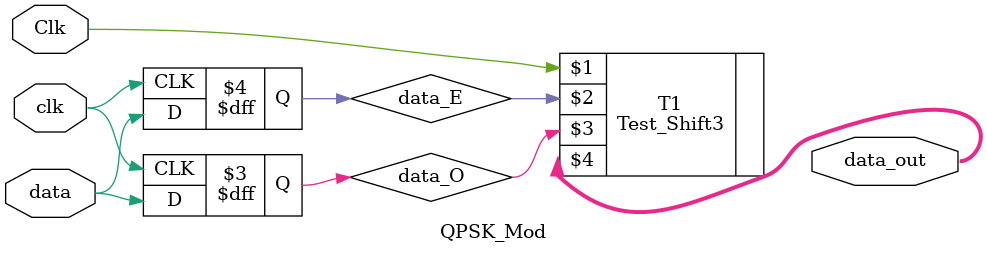
<source format=v>
module QPSK_Mod(data,clk,Clk,data_out);

input data,clk,Clk;
output [10:0]data_out;

reg data_O,data_E;

always@(posedge clk)
begin
	data_E <= data;
end

always@(negedge clk)
begin
	data_O <= data;
end
	
Test_Shift3 T1(Clk,data_E,data_O,data_out);
	
endmodule  

</source>
